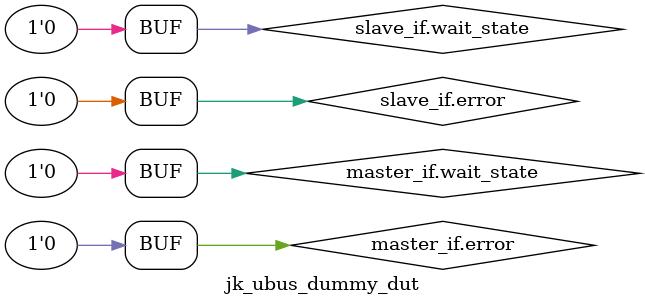
<source format=sv>
module jk_ubus_dummy_dut (
    jk_ubus_master_if master_if,
    jk_ubus_slave_if slave_if
);

  initial begin
    slave_if.wait_state = 1'b0;
    slave_if.error      = 1'b0;
  end

  // assign으로 작성
  assign slave_if.clk   = master_if.clk;
  assign slave_if.reset = master_if.reset;
  assign slave_if.addr  = master_if.addr;
  assign slave_if.size  = master_if.size;
  assign slave_if.read  = master_if.read;
  assign slave_if.write = master_if.write;
  assign slave_if.bip   = master_if.bip;

  // WRITE 데이터
  assign slave_if.data = master_if.data;

  // READ 데이터
  assign master_if.data = slave_if.data;

  // 응답 신호
  assign master_if.wait_state = slave_if.wait_state;
  assign master_if.error      = slave_if.error;

endmodule

</source>
